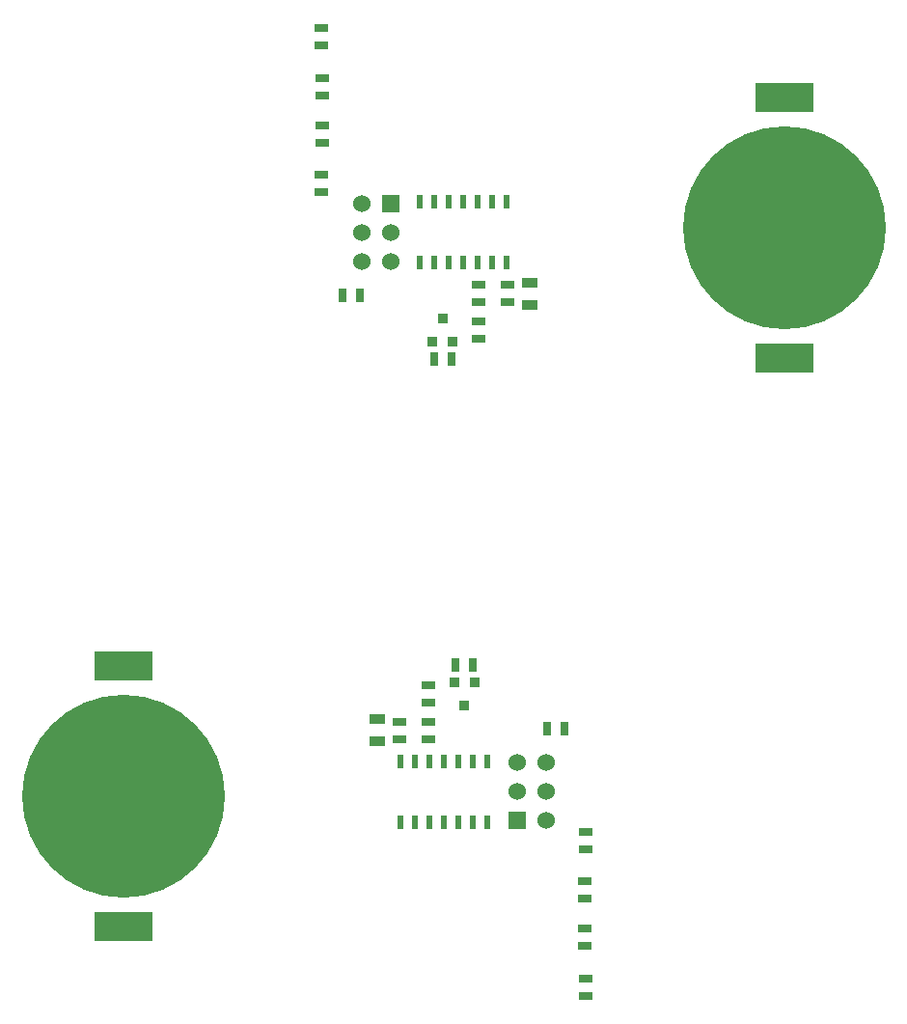
<source format=gbs>
G04 (created by PCBNEW (2013-mar-13)-testing) date Sat 12 Oct 2013 01:57:42 PM CEST*
%MOIN*%
G04 Gerber Fmt 3.4, Leading zero omitted, Abs format*
%FSLAX34Y34*%
G01*
G70*
G90*
G04 APERTURE LIST*
%ADD10C,0.005906*%
%ADD11R,0.045000X0.025000*%
%ADD12R,0.025000X0.045000*%
%ADD13R,0.036000X0.036000*%
%ADD14C,0.700787*%
%ADD15R,0.204724X0.098425*%
%ADD16R,0.020000X0.045000*%
%ADD17R,0.055000X0.035000*%
%ADD18R,0.060000X0.060000*%
%ADD19C,0.060000*%
G04 APERTURE END LIST*
G54D10*
G54D11*
X22744Y-35378D03*
X22744Y-34778D03*
X22744Y-34128D03*
X22744Y-33528D03*
G54D12*
X23694Y-32828D03*
X24294Y-32828D03*
G54D13*
X24344Y-33428D03*
X23644Y-33428D03*
X23994Y-34228D03*
G54D14*
X12204Y-37352D03*
G54D15*
X12204Y-32854D03*
X12204Y-41870D03*
G54D16*
X21784Y-36158D03*
X22284Y-36158D03*
X22784Y-36158D03*
X23284Y-36158D03*
X23784Y-36158D03*
X24284Y-36158D03*
X24784Y-36158D03*
X24784Y-38258D03*
X24284Y-38258D03*
X23784Y-38258D03*
X23284Y-38258D03*
X22784Y-38258D03*
X22284Y-38258D03*
X21784Y-38258D03*
G54D12*
X27444Y-35028D03*
X26844Y-35028D03*
G54D11*
X28194Y-38603D03*
X28194Y-39203D03*
X28169Y-40303D03*
X28169Y-40903D03*
X28169Y-42528D03*
X28169Y-41928D03*
X28194Y-43653D03*
X28194Y-44253D03*
G54D17*
X20994Y-35453D03*
X20994Y-34703D03*
G54D11*
X21744Y-35378D03*
X21744Y-34778D03*
G54D18*
X25804Y-38178D03*
G54D19*
X26804Y-38178D03*
X25804Y-37178D03*
X26804Y-37178D03*
X25804Y-36178D03*
X26804Y-36178D03*
G54D18*
X21440Y-16900D03*
G54D19*
X20440Y-16900D03*
X21440Y-17900D03*
X20440Y-17900D03*
X21440Y-18900D03*
X20440Y-18900D03*
G54D11*
X25500Y-19700D03*
X25500Y-20300D03*
G54D17*
X26250Y-19625D03*
X26250Y-20375D03*
G54D11*
X19050Y-11425D03*
X19050Y-10825D03*
X19075Y-12550D03*
X19075Y-13150D03*
X19075Y-14775D03*
X19075Y-14175D03*
X19050Y-16475D03*
X19050Y-15875D03*
G54D12*
X19800Y-20050D03*
X20400Y-20050D03*
G54D16*
X25460Y-18920D03*
X24960Y-18920D03*
X24460Y-18920D03*
X23960Y-18920D03*
X23460Y-18920D03*
X22960Y-18920D03*
X22460Y-18920D03*
X22460Y-16820D03*
X22960Y-16820D03*
X23460Y-16820D03*
X23960Y-16820D03*
X24460Y-16820D03*
X24960Y-16820D03*
X25460Y-16820D03*
G54D14*
X35039Y-17726D03*
G54D15*
X35039Y-22224D03*
X35039Y-13208D03*
G54D13*
X22900Y-21650D03*
X23600Y-21650D03*
X23250Y-20850D03*
G54D12*
X23550Y-22250D03*
X22950Y-22250D03*
G54D11*
X24500Y-20950D03*
X24500Y-21550D03*
X24500Y-19700D03*
X24500Y-20300D03*
M02*

</source>
